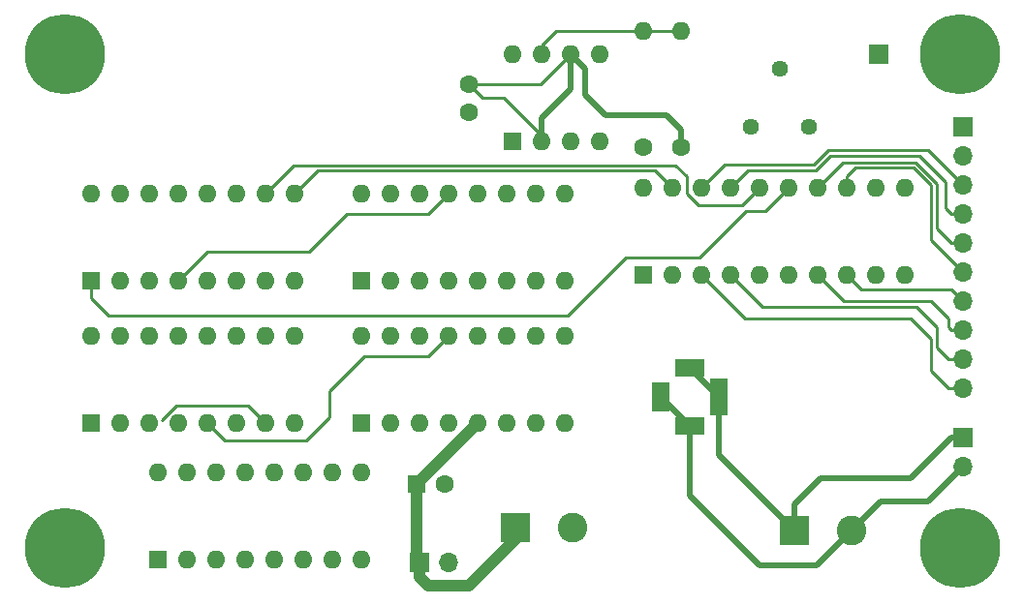
<source format=gbr>
%TF.GenerationSoftware,KiCad,Pcbnew,(5.1.9-0-10_14)*%
%TF.CreationDate,2021-05-25T00:06:21-04:00*%
%TF.ProjectId,sound,736f756e-642e-46b6-9963-61645f706362,rev?*%
%TF.SameCoordinates,Original*%
%TF.FileFunction,Copper,L1,Top*%
%TF.FilePolarity,Positive*%
%FSLAX46Y46*%
G04 Gerber Fmt 4.6, Leading zero omitted, Abs format (unit mm)*
G04 Created by KiCad (PCBNEW (5.1.9-0-10_14)) date 2021-05-25 00:06:21*
%MOMM*%
%LPD*%
G01*
G04 APERTURE LIST*
%TA.AperFunction,ComponentPad*%
%ADD10O,1.600000X1.600000*%
%TD*%
%TA.AperFunction,ComponentPad*%
%ADD11R,1.600000X1.600000*%
%TD*%
%TA.AperFunction,ComponentPad*%
%ADD12O,1.700000X1.700000*%
%TD*%
%TA.AperFunction,ComponentPad*%
%ADD13R,1.700000X1.700000*%
%TD*%
%TA.AperFunction,ComponentPad*%
%ADD14C,2.600000*%
%TD*%
%TA.AperFunction,ComponentPad*%
%ADD15R,2.600000X2.600000*%
%TD*%
%TA.AperFunction,ComponentPad*%
%ADD16C,1.600000*%
%TD*%
%TA.AperFunction,ComponentPad*%
%ADD17C,1.440000*%
%TD*%
%TA.AperFunction,ComponentPad*%
%ADD18C,0.800000*%
%TD*%
%TA.AperFunction,ComponentPad*%
%ADD19C,7.000000*%
%TD*%
%TA.AperFunction,ComponentPad*%
%ADD20R,2.600000X1.500000*%
%TD*%
%TA.AperFunction,ComponentPad*%
%ADD21R,1.600000X3.300000*%
%TD*%
%TA.AperFunction,ComponentPad*%
%ADD22R,1.500000X2.600000*%
%TD*%
%TA.AperFunction,Conductor*%
%ADD23C,1.000000*%
%TD*%
%TA.AperFunction,Conductor*%
%ADD24C,0.250000*%
%TD*%
%TA.AperFunction,Conductor*%
%ADD25C,0.500000*%
%TD*%
G04 APERTURE END LIST*
D10*
%TO.P,U7,16*%
%TO.N,VCC*%
X133858000Y-112268000D03*
%TO.P,U7,8*%
%TO.N,GND*%
X151638000Y-119888000D03*
%TO.P,U7,15*%
%TO.N,Net-(U1-Pad2)*%
X136398000Y-112268000D03*
%TO.P,U7,7*%
%TO.N,GND*%
X149098000Y-119888000D03*
%TO.P,U7,14*%
%TO.N,Net-(U1-Pad6)*%
X138938000Y-112268000D03*
%TO.P,U7,6*%
%TO.N,GND*%
X146558000Y-119888000D03*
%TO.P,U7,13*%
%TO.N,SPEAKER*%
X141478000Y-112268000D03*
%TO.P,U7,5*%
%TO.N,Net-(U7-Pad5)*%
X144018000Y-119888000D03*
%TO.P,U7,12*%
%TO.N,Net-(U1-Pad7)*%
X144018000Y-112268000D03*
%TO.P,U7,4*%
%TO.N,Net-(U7-Pad4)*%
X141478000Y-119888000D03*
%TO.P,U7,11*%
%TO.N,Net-(U1-Pad3)*%
X146558000Y-112268000D03*
%TO.P,U7,3*%
%TO.N,Net-(U7-Pad3)*%
X138938000Y-119888000D03*
%TO.P,U7,10*%
%TO.N,OCTAVE_00*%
X149098000Y-112268000D03*
%TO.P,U7,2*%
%TO.N,Net-(U7-Pad2)*%
X136398000Y-119888000D03*
%TO.P,U7,9*%
%TO.N,OCTAVE_01*%
X151638000Y-112268000D03*
D11*
%TO.P,U7,1*%
%TO.N,Net-(U7-Pad1)*%
X133858000Y-119888000D03*
%TD*%
D12*
%TO.P,J6,10*%
%TO.N,BUS_00*%
X204216000Y-104902000D03*
%TO.P,J6,9*%
%TO.N,BUS_01*%
X204216000Y-102362000D03*
%TO.P,J6,8*%
%TO.N,BUS_02*%
X204216000Y-99822000D03*
%TO.P,J6,7*%
%TO.N,BUS_03*%
X204216000Y-97282000D03*
%TO.P,J6,6*%
%TO.N,BUS_04*%
X204216000Y-94742000D03*
%TO.P,J6,5*%
%TO.N,BUS_05*%
X204216000Y-92202000D03*
%TO.P,J6,4*%
%TO.N,BUS_06*%
X204216000Y-89662000D03*
%TO.P,J6,3*%
%TO.N,BUS_07*%
X204216000Y-87122000D03*
%TO.P,J6,2*%
%TO.N,OCTAVE_00*%
X204216000Y-84582000D03*
D13*
%TO.P,J6,1*%
%TO.N,OCTAVE_01*%
X204216000Y-82042000D03*
%TD*%
D14*
%TO.P,J7,2*%
%TO.N,SPEAKER*%
X194484000Y-117348000D03*
D15*
%TO.P,J7,1*%
%TO.N,Net-(J1-Pad1)*%
X189484000Y-117348000D03*
%TD*%
D10*
%TO.P,R2,2*%
%TO.N,Net-(R1-Pad2)*%
X176276000Y-73660000D03*
D16*
%TO.P,R2,1*%
%TO.N,VCC*%
X176276000Y-83820000D03*
%TD*%
D10*
%TO.P,R1,2*%
%TO.N,Net-(R1-Pad2)*%
X179578000Y-73660000D03*
D16*
%TO.P,R1,1*%
%TO.N,Net-(C1-Pad2)*%
X179578000Y-83820000D03*
%TD*%
%TO.P,C1,2*%
%TO.N,Net-(C1-Pad2)*%
X161036000Y-78272000D03*
%TO.P,C1,1*%
%TO.N,GND*%
X161036000Y-80772000D03*
%TD*%
D17*
%TO.P,RV1,1*%
%TO.N,Net-(RV1-Pad1)*%
X190754000Y-82042000D03*
%TO.P,RV1,2*%
%TO.N,Net-(J1-Pad1)*%
X188214000Y-76962000D03*
%TO.P,RV1,3*%
%TO.N,GND*%
X185674000Y-82042000D03*
%TD*%
D10*
%TO.P,U2,8*%
%TO.N,VCC*%
X164846000Y-75692000D03*
%TO.P,U2,4*%
X172466000Y-83312000D03*
%TO.P,U2,7*%
%TO.N,Net-(R1-Pad2)*%
X167386000Y-75692000D03*
%TO.P,U2,3*%
%TO.N,Net-(U2-Pad3)*%
X169926000Y-83312000D03*
%TO.P,U2,6*%
%TO.N,Net-(C1-Pad2)*%
X169926000Y-75692000D03*
%TO.P,U2,2*%
X167386000Y-83312000D03*
%TO.P,U2,5*%
%TO.N,VCC*%
X172466000Y-75692000D03*
D11*
%TO.P,U2,1*%
%TO.N,GND*%
X164846000Y-83312000D03*
%TD*%
D13*
%TO.P,J3,1*%
%TO.N,LATCH_NOTE*%
X196850000Y-75692000D03*
%TD*%
D18*
%TO.P,REF\u002A\u002A,1*%
%TO.N,N/C*%
X127586155Y-117015845D03*
X125730000Y-116247000D03*
X123873845Y-117015845D03*
X123105000Y-118872000D03*
X123873845Y-120728155D03*
X125730000Y-121497000D03*
X127586155Y-120728155D03*
X128355000Y-118872000D03*
D19*
X125730000Y-118872000D03*
%TD*%
%TO.P,REF\u002A\u002A,1*%
%TO.N,N/C*%
X203962000Y-118872000D03*
D18*
X206587000Y-118872000D03*
X205818155Y-120728155D03*
X203962000Y-121497000D03*
X202105845Y-120728155D03*
X201337000Y-118872000D03*
X202105845Y-117015845D03*
X203962000Y-116247000D03*
X205818155Y-117015845D03*
%TD*%
D19*
%TO.P,REF\u002A\u002A,1*%
%TO.N,N/C*%
X125730000Y-75692000D03*
D18*
X128355000Y-75692000D03*
X127586155Y-77548155D03*
X125730000Y-78317000D03*
X123873845Y-77548155D03*
X123105000Y-75692000D03*
X123873845Y-73835845D03*
X125730000Y-73067000D03*
X127586155Y-73835845D03*
%TD*%
%TO.P,REF\u002A\u002A,1*%
%TO.N,N/C*%
X205818155Y-73835845D03*
X203962000Y-73067000D03*
X202105845Y-73835845D03*
X201337000Y-75692000D03*
X202105845Y-77548155D03*
X203962000Y-78317000D03*
X205818155Y-77548155D03*
X206587000Y-75692000D03*
D19*
X203962000Y-75692000D03*
%TD*%
D10*
%TO.P,U6,20*%
%TO.N,VCC*%
X176276000Y-87376000D03*
%TO.P,U6,10*%
%TO.N,GND*%
X199136000Y-94996000D03*
%TO.P,U6,19*%
%TO.N,Net-(U4-Pad9)*%
X178816000Y-87376000D03*
%TO.P,U6,9*%
%TO.N,Net-(U5-Pad9)*%
X196596000Y-94996000D03*
%TO.P,U6,18*%
%TO.N,BUS_07*%
X181356000Y-87376000D03*
%TO.P,U6,8*%
%TO.N,BUS_03*%
X194056000Y-94996000D03*
%TO.P,U6,17*%
%TO.N,BUS_06*%
X183896000Y-87376000D03*
%TO.P,U6,7*%
%TO.N,BUS_02*%
X191516000Y-94996000D03*
%TO.P,U6,16*%
%TO.N,Net-(U4-Pad10)*%
X186436000Y-87376000D03*
%TO.P,U6,6*%
%TO.N,Net-(U5-Pad10)*%
X188976000Y-94996000D03*
%TO.P,U6,15*%
%TO.N,Net-(U4-Pad1)*%
X188976000Y-87376000D03*
%TO.P,U6,5*%
%TO.N,Net-(U5-Pad1)*%
X186436000Y-94996000D03*
%TO.P,U6,14*%
%TO.N,BUS_05*%
X191516000Y-87376000D03*
%TO.P,U6,4*%
%TO.N,BUS_01*%
X183896000Y-94996000D03*
%TO.P,U6,13*%
%TO.N,BUS_04*%
X194056000Y-87376000D03*
%TO.P,U6,3*%
%TO.N,BUS_00*%
X181356000Y-94996000D03*
%TO.P,U6,12*%
%TO.N,Net-(U4-Pad15)*%
X196596000Y-87376000D03*
%TO.P,U6,2*%
%TO.N,Net-(U5-Pad15)*%
X178816000Y-94996000D03*
%TO.P,U6,11*%
%TO.N,LATCH_NOTE*%
X199136000Y-87376000D03*
D11*
%TO.P,U6,1*%
%TO.N,VCC*%
X176276000Y-94996000D03*
%TD*%
D10*
%TO.P,U5,16*%
%TO.N,VCC*%
X151638000Y-87884000D03*
%TO.P,U5,8*%
%TO.N,GND*%
X169418000Y-95504000D03*
%TO.P,U5,15*%
%TO.N,Net-(U5-Pad15)*%
X154178000Y-87884000D03*
%TO.P,U5,7*%
%TO.N,Net-(U5-Pad7)*%
X166878000Y-95504000D03*
%TO.P,U5,14*%
%TO.N,GND*%
X156718000Y-87884000D03*
%TO.P,U5,6*%
%TO.N,Net-(U5-Pad6)*%
X164338000Y-95504000D03*
%TO.P,U5,13*%
%TO.N,Net-(U4-Pad4)*%
X159258000Y-87884000D03*
%TO.P,U5,5*%
%TO.N,VCC*%
X161798000Y-95504000D03*
%TO.P,U5,12*%
%TO.N,Net-(U5-Pad12)*%
X161798000Y-87884000D03*
%TO.P,U5,4*%
%TO.N,Net-(U2-Pad3)*%
X159258000Y-95504000D03*
%TO.P,U5,11*%
%TO.N,Net-(U1-Pad5)*%
X164338000Y-87884000D03*
%TO.P,U5,3*%
%TO.N,Net-(U5-Pad3)*%
X156718000Y-95504000D03*
%TO.P,U5,10*%
%TO.N,Net-(U5-Pad10)*%
X166878000Y-87884000D03*
%TO.P,U5,2*%
%TO.N,Net-(U5-Pad2)*%
X154178000Y-95504000D03*
%TO.P,U5,9*%
%TO.N,Net-(U5-Pad9)*%
X169418000Y-87884000D03*
D11*
%TO.P,U5,1*%
%TO.N,Net-(U5-Pad1)*%
X151638000Y-95504000D03*
%TD*%
D10*
%TO.P,U4,16*%
%TO.N,VCC*%
X128016000Y-87884000D03*
%TO.P,U4,8*%
%TO.N,GND*%
X145796000Y-95504000D03*
%TO.P,U4,15*%
%TO.N,Net-(U4-Pad15)*%
X130556000Y-87884000D03*
%TO.P,U4,7*%
%TO.N,Net-(U4-Pad7)*%
X143256000Y-95504000D03*
%TO.P,U4,14*%
%TO.N,GND*%
X133096000Y-87884000D03*
%TO.P,U4,6*%
%TO.N,Net-(U4-Pad6)*%
X140716000Y-95504000D03*
%TO.P,U4,13*%
%TO.N,Net-(U3-Pad4)*%
X135636000Y-87884000D03*
%TO.P,U4,5*%
%TO.N,VCC*%
X138176000Y-95504000D03*
%TO.P,U4,12*%
%TO.N,Net-(U4-Pad12)*%
X138176000Y-87884000D03*
%TO.P,U4,4*%
%TO.N,Net-(U4-Pad4)*%
X135636000Y-95504000D03*
%TO.P,U4,11*%
%TO.N,Net-(U1-Pad5)*%
X140716000Y-87884000D03*
%TO.P,U4,3*%
%TO.N,Net-(U4-Pad3)*%
X133096000Y-95504000D03*
%TO.P,U4,10*%
%TO.N,Net-(U4-Pad10)*%
X143256000Y-87884000D03*
%TO.P,U4,2*%
%TO.N,Net-(U4-Pad2)*%
X130556000Y-95504000D03*
%TO.P,U4,9*%
%TO.N,Net-(U4-Pad9)*%
X145796000Y-87884000D03*
D11*
%TO.P,U4,1*%
%TO.N,Net-(U4-Pad1)*%
X128016000Y-95504000D03*
%TD*%
%TO.P,U3,1*%
%TO.N,GND*%
X151638000Y-107950000D03*
D10*
%TO.P,U3,9*%
X169418000Y-100330000D03*
%TO.P,U3,2*%
%TO.N,Net-(U3-Pad2)*%
X154178000Y-107950000D03*
%TO.P,U3,10*%
%TO.N,GND*%
X166878000Y-100330000D03*
%TO.P,U3,3*%
%TO.N,Net-(U3-Pad3)*%
X156718000Y-107950000D03*
%TO.P,U3,11*%
%TO.N,Net-(U1-Pad5)*%
X164338000Y-100330000D03*
%TO.P,U3,4*%
%TO.N,Net-(U3-Pad4)*%
X159258000Y-107950000D03*
%TO.P,U3,12*%
%TO.N,Net-(U3-Pad12)*%
X161798000Y-100330000D03*
%TO.P,U3,5*%
%TO.N,VCC*%
X161798000Y-107950000D03*
%TO.P,U3,13*%
%TO.N,Net-(U1-Pad5)*%
X159258000Y-100330000D03*
%TO.P,U3,6*%
%TO.N,Net-(U3-Pad6)*%
X164338000Y-107950000D03*
%TO.P,U3,14*%
%TO.N,GND*%
X156718000Y-100330000D03*
%TO.P,U3,7*%
%TO.N,Net-(U3-Pad7)*%
X166878000Y-107950000D03*
%TO.P,U3,15*%
%TO.N,GND*%
X154178000Y-100330000D03*
%TO.P,U3,8*%
X169418000Y-107950000D03*
%TO.P,U3,16*%
%TO.N,VCC*%
X151638000Y-100330000D03*
%TD*%
D11*
%TO.P,U1,1*%
%TO.N,Net-(U1-Pad1)*%
X128016000Y-107950000D03*
D10*
%TO.P,U1,9*%
%TO.N,Net-(U1-Pad9)*%
X145796000Y-100330000D03*
%TO.P,U1,2*%
%TO.N,Net-(U1-Pad2)*%
X130556000Y-107950000D03*
%TO.P,U1,10*%
%TO.N,Net-(U1-Pad10)*%
X143256000Y-100330000D03*
%TO.P,U1,3*%
%TO.N,Net-(U1-Pad3)*%
X133096000Y-107950000D03*
%TO.P,U1,11*%
%TO.N,VCC*%
X140716000Y-100330000D03*
%TO.P,U1,4*%
X135636000Y-107950000D03*
%TO.P,U1,12*%
%TO.N,Net-(U1-Pad12)*%
X138176000Y-100330000D03*
%TO.P,U1,5*%
%TO.N,Net-(U1-Pad5)*%
X138176000Y-107950000D03*
%TO.P,U1,13*%
%TO.N,Net-(U1-Pad13)*%
X135636000Y-100330000D03*
%TO.P,U1,6*%
%TO.N,Net-(U1-Pad6)*%
X140716000Y-107950000D03*
%TO.P,U1,14*%
%TO.N,GND*%
X133096000Y-100330000D03*
%TO.P,U1,7*%
%TO.N,Net-(U1-Pad7)*%
X143256000Y-107950000D03*
%TO.P,U1,15*%
%TO.N,Net-(U1-Pad15)*%
X130556000Y-100330000D03*
%TO.P,U1,8*%
%TO.N,GND*%
X145796000Y-107950000D03*
%TO.P,U1,16*%
%TO.N,VCC*%
X128016000Y-100330000D03*
%TD*%
D20*
%TO.P,LS1,R1*%
%TO.N,Net-(J1-Pad1)*%
X180340000Y-103124000D03*
%TO.P,LS1,T*%
%TO.N,SPEAKER*%
X180340000Y-108204000D03*
D21*
%TO.P,LS1,R2*%
%TO.N,Net-(J1-Pad1)*%
X182880000Y-105664000D03*
D22*
%TO.P,LS1,S*%
%TO.N,SPEAKER*%
X177800000Y-105664000D03*
%TD*%
D14*
%TO.P,J5,2*%
%TO.N,GND*%
X170100000Y-117094000D03*
D15*
%TO.P,J5,1*%
%TO.N,VCC*%
X165100000Y-117094000D03*
%TD*%
D12*
%TO.P,J2,2*%
%TO.N,GND*%
X159258000Y-120142000D03*
D13*
%TO.P,J2,1*%
%TO.N,VCC*%
X156718000Y-120142000D03*
%TD*%
D12*
%TO.P,J1,2*%
%TO.N,SPEAKER*%
X204216000Y-111760000D03*
D13*
%TO.P,J1,1*%
%TO.N,Net-(J1-Pad1)*%
X204216000Y-109220000D03*
%TD*%
D16*
%TO.P,C3,2*%
%TO.N,GND*%
X158964000Y-113284000D03*
D11*
%TO.P,C3,1*%
%TO.N,VCC*%
X156464000Y-113284000D03*
%TD*%
D23*
%TO.N,VCC*%
X156464000Y-119888000D02*
X156718000Y-120142000D01*
X156464000Y-113284000D02*
X156464000Y-119888000D01*
X161036000Y-122174000D02*
X157480000Y-122174000D01*
X156718000Y-121412000D02*
X156718000Y-120142000D01*
X165100000Y-118110000D02*
X161036000Y-122174000D01*
X157480000Y-122174000D02*
X156718000Y-121412000D01*
X165100000Y-117094000D02*
X165100000Y-118110000D01*
X161798000Y-107950000D02*
X156464000Y-113284000D01*
D24*
%TO.N,Net-(U1-Pad7)*%
X143256000Y-107950000D02*
X141732000Y-106426000D01*
X135494998Y-106426000D02*
X134221001Y-107699997D01*
X141732000Y-106426000D02*
X135494998Y-106426000D01*
%TO.N,Net-(U1-Pad5)*%
X138176000Y-107950000D02*
X139700000Y-109474000D01*
X139700000Y-109474000D02*
X146812000Y-109474000D01*
X146812000Y-109474000D02*
X148844000Y-107442000D01*
X148844000Y-107442000D02*
X148844000Y-105156000D01*
X148844000Y-105156000D02*
X151892000Y-102108000D01*
X157480000Y-102108000D02*
X159258000Y-100330000D01*
X151892000Y-102108000D02*
X157480000Y-102108000D01*
%TO.N,Net-(U4-Pad4)*%
X159258000Y-87884000D02*
X157480000Y-89662000D01*
X157480000Y-89662000D02*
X150368000Y-89662000D01*
X150368000Y-89662000D02*
X147066000Y-92964000D01*
X138176000Y-92964000D02*
X135636000Y-95504000D01*
X147066000Y-92964000D02*
X138176000Y-92964000D01*
D25*
%TO.N,Net-(J1-Pad1)*%
X180340000Y-103124000D02*
X182880000Y-105664000D01*
X182880000Y-105664000D02*
X183388000Y-105664000D01*
X204216000Y-109220000D02*
X203200000Y-109220000D01*
X203200000Y-109220000D02*
X199644000Y-112776000D01*
X199644000Y-112776000D02*
X191770000Y-112776000D01*
X189484000Y-115062000D02*
X189484000Y-117348000D01*
X191770000Y-112776000D02*
X189484000Y-115062000D01*
X182880000Y-110744000D02*
X189484000Y-117348000D01*
X182880000Y-105664000D02*
X182880000Y-110744000D01*
%TO.N,Net-(C1-Pad2)*%
X167386000Y-83312000D02*
X167386000Y-81280000D01*
X169926000Y-78740000D02*
X169926000Y-75692000D01*
X167386000Y-81280000D02*
X169926000Y-78740000D01*
X169926000Y-75692000D02*
X171196000Y-76962000D01*
X171196000Y-76962000D02*
X171196000Y-79248000D01*
X171196000Y-79248000D02*
X172974000Y-81026000D01*
X172974000Y-81026000D02*
X178308000Y-81026000D01*
X179578000Y-82296000D02*
X179578000Y-83820000D01*
X178308000Y-81026000D02*
X179578000Y-82296000D01*
D24*
X167346000Y-78272000D02*
X169926000Y-75692000D01*
X161036000Y-78272000D02*
X167346000Y-78272000D01*
X161036000Y-78272000D02*
X162266000Y-79502000D01*
X162266000Y-79502000D02*
X164084000Y-79502000D01*
X167386000Y-82804000D02*
X167386000Y-83312000D01*
X164084000Y-79502000D02*
X167386000Y-82804000D01*
%TO.N,BUS_07*%
X183388000Y-85344000D02*
X181356000Y-87376000D01*
X192529178Y-84074000D02*
X191259178Y-85344000D01*
X191259178Y-85344000D02*
X183388000Y-85344000D01*
X201168000Y-84074000D02*
X204216000Y-87122000D01*
X192529178Y-84074000D02*
X201168000Y-84074000D01*
%TO.N,BUS_06*%
X191387590Y-85852000D02*
X185420000Y-85852000D01*
X192657590Y-84582000D02*
X191387590Y-85852000D01*
X185420000Y-85852000D02*
X183896000Y-87376000D01*
X192657590Y-84582000D02*
X200406000Y-84582000D01*
X200406000Y-84582000D02*
X202692000Y-86868000D01*
X202692000Y-86868000D02*
X202692000Y-89154000D01*
X203200000Y-89662000D02*
X204216000Y-89662000D01*
X202692000Y-89154000D02*
X203200000Y-89662000D01*
%TO.N,BUS_05*%
X200084400Y-85147990D02*
X193744011Y-85147989D01*
X204216000Y-92202000D02*
X203200000Y-92202000D01*
X201930000Y-86993590D02*
X200084400Y-85147990D01*
X203200000Y-92202000D02*
X201930000Y-90932000D01*
X193744011Y-85147989D02*
X191516000Y-87376000D01*
X201930000Y-90932000D02*
X201930000Y-86993590D01*
%TO.N,BUS_04*%
X201422000Y-91948000D02*
X204216000Y-94742000D01*
X201422000Y-87122000D02*
X201422000Y-91948000D01*
X199898000Y-85598000D02*
X201422000Y-87122000D01*
X194056000Y-87376000D02*
X194056000Y-86360000D01*
X194056000Y-86360000D02*
X194818000Y-85598000D01*
X194818000Y-85598000D02*
X199898000Y-85598000D01*
%TO.N,BUS_03*%
X203200000Y-96266000D02*
X204216000Y-97282000D01*
X195326000Y-96266000D02*
X203200000Y-96266000D01*
X194056000Y-94996000D02*
X195326000Y-96266000D01*
%TO.N,BUS_02*%
X203200000Y-99822000D02*
X204216000Y-99822000D01*
X202946000Y-99568000D02*
X203200000Y-99822000D01*
X202946000Y-98806000D02*
X202946000Y-99568000D01*
X201422000Y-97282000D02*
X202946000Y-98806000D01*
X193802000Y-97282000D02*
X201422000Y-97282000D01*
X191516000Y-94996000D02*
X193802000Y-97282000D01*
%TO.N,BUS_01*%
X183896000Y-94996000D02*
X186182000Y-97282000D01*
X204216000Y-102362000D02*
X202946000Y-102362000D01*
X202946000Y-102362000D02*
X201930000Y-101346000D01*
X201930000Y-101346000D02*
X201930000Y-99568000D01*
X201930000Y-99568000D02*
X200152000Y-97790000D01*
X186690000Y-97790000D02*
X186182000Y-97282000D01*
X200152000Y-97790000D02*
X186690000Y-97790000D01*
%TO.N,BUS_00*%
X202946000Y-104902000D02*
X204216000Y-104902000D01*
X201422000Y-100584000D02*
X201422000Y-103378000D01*
X201422000Y-103378000D02*
X202946000Y-104902000D01*
X199644000Y-98806000D02*
X201422000Y-100584000D01*
X185166000Y-98806000D02*
X199644000Y-98806000D01*
X181356000Y-94996000D02*
X185166000Y-98806000D01*
D25*
%TO.N,SPEAKER*%
X177800000Y-105664000D02*
X180340000Y-108204000D01*
X180340000Y-108204000D02*
X180340000Y-108458000D01*
X197024000Y-114808000D02*
X194484000Y-117348000D01*
X201168000Y-114808000D02*
X197024000Y-114808000D01*
X204216000Y-111760000D02*
X201168000Y-114808000D01*
X180340000Y-108204000D02*
X180340000Y-114300000D01*
X180340000Y-114300000D02*
X186436000Y-120396000D01*
X191436000Y-120396000D02*
X194484000Y-117348000D01*
X186436000Y-120396000D02*
X191436000Y-120396000D01*
D24*
%TO.N,Net-(U4-Pad10)*%
X184912000Y-88900000D02*
X181102000Y-88900000D01*
X186436000Y-87376000D02*
X184912000Y-88900000D01*
X181102000Y-88900000D02*
X180086000Y-87884000D01*
X180086000Y-86360000D02*
X179127989Y-85401989D01*
X180086000Y-87884000D02*
X180086000Y-86360000D01*
X179127989Y-85401989D02*
X145738011Y-85401989D01*
X145738011Y-85401989D02*
X143256000Y-87884000D01*
%TO.N,Net-(U4-Pad9)*%
X145542000Y-87630000D02*
X145796000Y-87884000D01*
X178816000Y-87376000D02*
X177292000Y-85852000D01*
X147828000Y-85852000D02*
X145796000Y-87884000D01*
X177292000Y-85852000D02*
X147828000Y-85852000D01*
%TO.N,Net-(U4-Pad1)*%
X188976000Y-87376000D02*
X186944000Y-89408000D01*
X185278998Y-89408000D02*
X181214998Y-93472000D01*
X186944000Y-89408000D02*
X185278998Y-89408000D01*
X181214998Y-93472000D02*
X174752000Y-93472000D01*
X174752000Y-93472000D02*
X169672000Y-98552000D01*
X169672000Y-98552000D02*
X129540000Y-98552000D01*
X128016000Y-97028000D02*
X128016000Y-95504000D01*
X129540000Y-98552000D02*
X128016000Y-97028000D01*
%TO.N,Net-(R1-Pad2)*%
X179578000Y-73660000D02*
X176276000Y-73660000D01*
X176276000Y-73660000D02*
X168656000Y-73660000D01*
X167386000Y-74930000D02*
X167386000Y-75692000D01*
X168656000Y-73660000D02*
X167386000Y-74930000D01*
%TD*%
M02*

</source>
